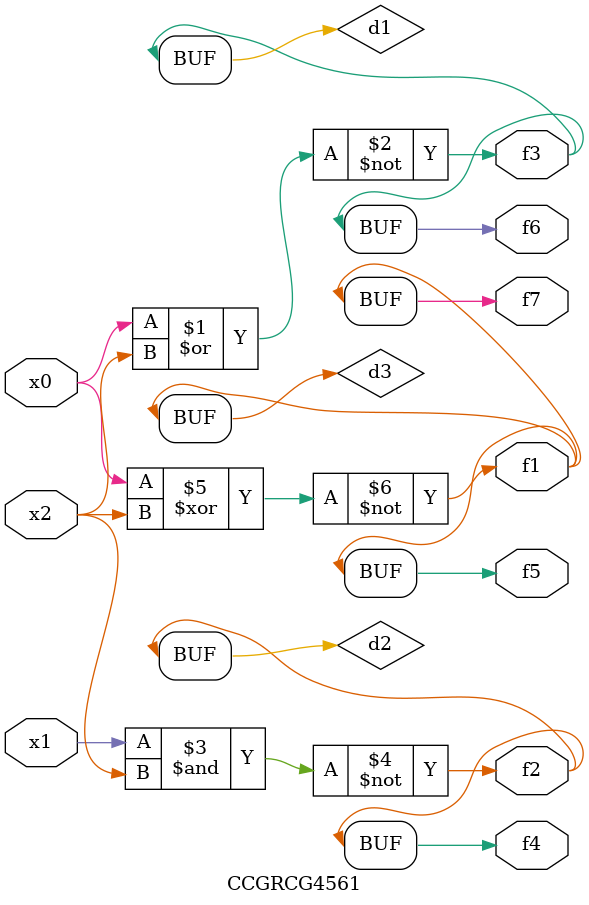
<source format=v>
module CCGRCG4561(
	input x0, x1, x2,
	output f1, f2, f3, f4, f5, f6, f7
);

	wire d1, d2, d3;

	nor (d1, x0, x2);
	nand (d2, x1, x2);
	xnor (d3, x0, x2);
	assign f1 = d3;
	assign f2 = d2;
	assign f3 = d1;
	assign f4 = d2;
	assign f5 = d3;
	assign f6 = d1;
	assign f7 = d3;
endmodule

</source>
